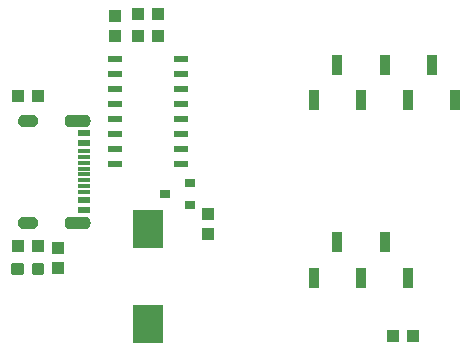
<source format=gtp>
G75*
%MOIN*%
%OFA0B0*%
%FSLAX25Y25*%
%IPPOS*%
%LPD*%
%AMOC8*
5,1,8,0,0,1.08239X$1,22.5*
%
%ADD10C,0.01181*%
%ADD11R,0.03937X0.04331*%
%ADD12R,0.03543X0.03150*%
%ADD13R,0.09843X0.12598*%
%ADD14R,0.04724X0.02362*%
%ADD15R,0.03937X0.01181*%
%ADD16R,0.03937X0.02362*%
%ADD17C,0.00039*%
%ADD18R,0.04331X0.03937*%
%ADD19R,0.03346X0.06693*%
D10*
X0101424Y0091122D02*
X0101424Y0093878D01*
X0104180Y0093878D01*
X0104180Y0091122D01*
X0101424Y0091122D01*
X0101424Y0092244D02*
X0104180Y0092244D01*
X0104180Y0093366D02*
X0101424Y0093366D01*
X0108330Y0093878D02*
X0108330Y0091122D01*
X0108330Y0093878D02*
X0111086Y0093878D01*
X0111086Y0091122D01*
X0108330Y0091122D01*
X0108330Y0092244D02*
X0111086Y0092244D01*
X0111086Y0093366D02*
X0108330Y0093366D01*
D11*
X0116255Y0092904D03*
X0116255Y0099596D03*
X0166255Y0104154D03*
X0166255Y0110846D03*
X0135255Y0170154D03*
X0135255Y0176846D03*
D12*
X0160192Y0121240D03*
X0151924Y0117500D03*
X0160192Y0113760D03*
D13*
X0146255Y0074252D03*
X0146255Y0105748D03*
D14*
X0135231Y0127500D03*
X0135231Y0132500D03*
X0135231Y0137500D03*
X0135231Y0142500D03*
X0135231Y0147500D03*
X0135231Y0152500D03*
X0135231Y0157500D03*
X0135231Y0162500D03*
X0157279Y0162500D03*
X0157279Y0157500D03*
X0157279Y0152500D03*
X0157279Y0147500D03*
X0157279Y0142500D03*
X0157279Y0137500D03*
X0157279Y0132500D03*
X0157279Y0127500D03*
D15*
X0124916Y0127953D03*
X0124916Y0129921D03*
X0124916Y0131890D03*
X0124916Y0125984D03*
X0124916Y0124016D03*
X0124916Y0122047D03*
X0124916Y0120079D03*
X0124916Y0118110D03*
D16*
X0124916Y0115354D03*
X0124916Y0112303D03*
X0124916Y0134646D03*
X0124916Y0137697D03*
D17*
X0124995Y0140039D02*
X0120271Y0140039D01*
X0119855Y0140131D01*
X0119470Y0140312D01*
X0119136Y0140574D01*
X0118867Y0140905D01*
X0118680Y0141287D01*
X0118581Y0141701D01*
X0118578Y0142126D01*
X0118605Y0142522D01*
X0118719Y0142902D01*
X0118915Y0143248D01*
X0119183Y0143541D01*
X0119510Y0143767D01*
X0119879Y0143914D01*
X0120271Y0143976D01*
X0124995Y0143976D01*
X0125407Y0143930D01*
X0125798Y0143793D01*
X0126149Y0143573D01*
X0126442Y0143280D01*
X0126662Y0142929D01*
X0126799Y0142538D01*
X0126846Y0142126D01*
X0126823Y0141685D01*
X0126702Y0141260D01*
X0126490Y0140873D01*
X0126197Y0140542D01*
X0125838Y0140286D01*
X0125430Y0140115D01*
X0124995Y0140039D01*
X0125016Y0140043D02*
X0120254Y0140043D01*
X0120081Y0140081D02*
X0125234Y0140081D01*
X0125439Y0140119D02*
X0119909Y0140119D01*
X0119800Y0140157D02*
X0125530Y0140157D01*
X0125620Y0140195D02*
X0119719Y0140195D01*
X0119639Y0140232D02*
X0125711Y0140232D01*
X0125801Y0140270D02*
X0119559Y0140270D01*
X0119478Y0140308D02*
X0125869Y0140308D01*
X0125922Y0140346D02*
X0119427Y0140346D01*
X0119378Y0140384D02*
X0125975Y0140384D01*
X0126028Y0140422D02*
X0119330Y0140422D01*
X0119282Y0140460D02*
X0126081Y0140460D01*
X0126134Y0140498D02*
X0119233Y0140498D01*
X0119185Y0140536D02*
X0126187Y0140536D01*
X0126224Y0140573D02*
X0119137Y0140573D01*
X0119106Y0140611D02*
X0126258Y0140611D01*
X0126291Y0140649D02*
X0119075Y0140649D01*
X0119044Y0140687D02*
X0126325Y0140687D01*
X0126359Y0140725D02*
X0119013Y0140725D01*
X0118983Y0140763D02*
X0126392Y0140763D01*
X0126426Y0140801D02*
X0118952Y0140801D01*
X0118921Y0140839D02*
X0126459Y0140839D01*
X0126492Y0140876D02*
X0118890Y0140876D01*
X0118863Y0140914D02*
X0126513Y0140914D01*
X0126533Y0140952D02*
X0118844Y0140952D01*
X0118826Y0140990D02*
X0126554Y0140990D01*
X0126575Y0141028D02*
X0118807Y0141028D01*
X0118788Y0141066D02*
X0126595Y0141066D01*
X0126616Y0141104D02*
X0118770Y0141104D01*
X0118751Y0141142D02*
X0126637Y0141142D01*
X0126658Y0141179D02*
X0118732Y0141179D01*
X0118714Y0141217D02*
X0126678Y0141217D01*
X0126699Y0141255D02*
X0118695Y0141255D01*
X0118678Y0141293D02*
X0126711Y0141293D01*
X0126722Y0141331D02*
X0118669Y0141331D01*
X0118660Y0141369D02*
X0126733Y0141369D01*
X0126744Y0141407D02*
X0118651Y0141407D01*
X0118642Y0141445D02*
X0126754Y0141445D01*
X0126765Y0141483D02*
X0118633Y0141483D01*
X0118624Y0141520D02*
X0126776Y0141520D01*
X0126787Y0141558D02*
X0118615Y0141558D01*
X0118606Y0141596D02*
X0126797Y0141596D01*
X0126808Y0141634D02*
X0118597Y0141634D01*
X0118588Y0141672D02*
X0126819Y0141672D01*
X0126824Y0141710D02*
X0118581Y0141710D01*
X0118581Y0141748D02*
X0126826Y0141748D01*
X0126828Y0141786D02*
X0118581Y0141786D01*
X0118580Y0141823D02*
X0126830Y0141823D01*
X0126832Y0141861D02*
X0118580Y0141861D01*
X0118580Y0141899D02*
X0126834Y0141899D01*
X0126836Y0141937D02*
X0118580Y0141937D01*
X0118579Y0141975D02*
X0126838Y0141975D01*
X0126840Y0142013D02*
X0118579Y0142013D01*
X0118579Y0142051D02*
X0126842Y0142051D01*
X0126844Y0142089D02*
X0118578Y0142089D01*
X0118578Y0142127D02*
X0126846Y0142127D01*
X0126841Y0142164D02*
X0118580Y0142164D01*
X0118583Y0142202D02*
X0126837Y0142202D01*
X0126833Y0142240D02*
X0118586Y0142240D01*
X0118588Y0142278D02*
X0126828Y0142278D01*
X0126824Y0142316D02*
X0118591Y0142316D01*
X0118593Y0142354D02*
X0126820Y0142354D01*
X0126816Y0142392D02*
X0118596Y0142392D01*
X0118599Y0142430D02*
X0126811Y0142430D01*
X0126807Y0142467D02*
X0118601Y0142467D01*
X0118604Y0142505D02*
X0126803Y0142505D01*
X0126797Y0142543D02*
X0118611Y0142543D01*
X0118623Y0142581D02*
X0126784Y0142581D01*
X0126771Y0142619D02*
X0118634Y0142619D01*
X0118645Y0142657D02*
X0126758Y0142657D01*
X0126744Y0142695D02*
X0118657Y0142695D01*
X0118668Y0142733D02*
X0126731Y0142733D01*
X0126718Y0142771D02*
X0118679Y0142771D01*
X0118691Y0142808D02*
X0126705Y0142808D01*
X0126691Y0142846D02*
X0118702Y0142846D01*
X0118714Y0142884D02*
X0126678Y0142884D01*
X0126665Y0142922D02*
X0118730Y0142922D01*
X0118752Y0142960D02*
X0126643Y0142960D01*
X0126619Y0142998D02*
X0118773Y0142998D01*
X0118795Y0143036D02*
X0126595Y0143036D01*
X0126571Y0143074D02*
X0118816Y0143074D01*
X0118838Y0143111D02*
X0126548Y0143111D01*
X0126524Y0143149D02*
X0118859Y0143149D01*
X0118881Y0143187D02*
X0126500Y0143187D01*
X0126476Y0143225D02*
X0118902Y0143225D01*
X0118929Y0143263D02*
X0126452Y0143263D01*
X0126421Y0143301D02*
X0118964Y0143301D01*
X0118999Y0143339D02*
X0126383Y0143339D01*
X0126345Y0143377D02*
X0119033Y0143377D01*
X0119068Y0143414D02*
X0126307Y0143414D01*
X0126269Y0143452D02*
X0119103Y0143452D01*
X0119137Y0143490D02*
X0126231Y0143490D01*
X0126193Y0143528D02*
X0119172Y0143528D01*
X0119220Y0143566D02*
X0126156Y0143566D01*
X0126099Y0143604D02*
X0119275Y0143604D01*
X0119329Y0143642D02*
X0126039Y0143642D01*
X0125979Y0143680D02*
X0119384Y0143680D01*
X0119439Y0143718D02*
X0125918Y0143718D01*
X0125858Y0143755D02*
X0119494Y0143755D01*
X0119576Y0143793D02*
X0125798Y0143793D01*
X0125689Y0143831D02*
X0119671Y0143831D01*
X0119765Y0143869D02*
X0125581Y0143869D01*
X0125473Y0143907D02*
X0119860Y0143907D01*
X0120071Y0143945D02*
X0125275Y0143945D01*
X0109284Y0142377D02*
X0109326Y0141929D01*
X0109269Y0141501D01*
X0109118Y0141096D01*
X0108881Y0140735D01*
X0108569Y0140436D01*
X0108198Y0140213D01*
X0107788Y0140079D01*
X0107357Y0140039D01*
X0104995Y0140039D01*
X0104565Y0140079D01*
X0104154Y0140213D01*
X0103784Y0140436D01*
X0103472Y0140735D01*
X0103235Y0141096D01*
X0103084Y0141501D01*
X0103027Y0141929D01*
X0103068Y0142377D01*
X0103208Y0142804D01*
X0103440Y0143190D01*
X0103752Y0143514D01*
X0104128Y0143760D01*
X0104549Y0143917D01*
X0104995Y0143976D01*
X0107357Y0143976D01*
X0107803Y0143917D01*
X0108225Y0143760D01*
X0108601Y0143514D01*
X0108912Y0143190D01*
X0109144Y0142804D01*
X0109284Y0142377D01*
X0109280Y0142392D02*
X0103073Y0142392D01*
X0103066Y0142354D02*
X0109286Y0142354D01*
X0109290Y0142316D02*
X0103063Y0142316D01*
X0103059Y0142278D02*
X0109294Y0142278D01*
X0109297Y0142240D02*
X0103056Y0142240D01*
X0103052Y0142202D02*
X0109301Y0142202D01*
X0109304Y0142164D02*
X0103049Y0142164D01*
X0103045Y0142127D02*
X0109308Y0142127D01*
X0109311Y0142089D02*
X0103042Y0142089D01*
X0103038Y0142051D02*
X0109315Y0142051D01*
X0109318Y0142013D02*
X0103034Y0142013D01*
X0103031Y0141975D02*
X0109322Y0141975D01*
X0109325Y0141937D02*
X0103027Y0141937D01*
X0103031Y0141899D02*
X0109322Y0141899D01*
X0109317Y0141861D02*
X0103036Y0141861D01*
X0103041Y0141823D02*
X0109312Y0141823D01*
X0109307Y0141786D02*
X0103046Y0141786D01*
X0103051Y0141748D02*
X0109302Y0141748D01*
X0109297Y0141710D02*
X0103056Y0141710D01*
X0103061Y0141672D02*
X0109292Y0141672D01*
X0109287Y0141634D02*
X0103066Y0141634D01*
X0103071Y0141596D02*
X0109282Y0141596D01*
X0109276Y0141558D02*
X0103076Y0141558D01*
X0103081Y0141520D02*
X0109271Y0141520D01*
X0109262Y0141483D02*
X0103091Y0141483D01*
X0103105Y0141445D02*
X0109248Y0141445D01*
X0109234Y0141407D02*
X0103119Y0141407D01*
X0103133Y0141369D02*
X0109220Y0141369D01*
X0109205Y0141331D02*
X0103147Y0141331D01*
X0103161Y0141293D02*
X0109191Y0141293D01*
X0109177Y0141255D02*
X0103175Y0141255D01*
X0103190Y0141217D02*
X0109163Y0141217D01*
X0109149Y0141179D02*
X0103204Y0141179D01*
X0103218Y0141142D02*
X0109135Y0141142D01*
X0109121Y0141104D02*
X0103232Y0141104D01*
X0103255Y0141066D02*
X0109098Y0141066D01*
X0109073Y0141028D02*
X0103280Y0141028D01*
X0103304Y0140990D02*
X0109048Y0140990D01*
X0109023Y0140952D02*
X0103329Y0140952D01*
X0103354Y0140914D02*
X0108998Y0140914D01*
X0108974Y0140876D02*
X0103379Y0140876D01*
X0103404Y0140839D02*
X0108949Y0140839D01*
X0108924Y0140801D02*
X0103429Y0140801D01*
X0103454Y0140763D02*
X0108899Y0140763D01*
X0108870Y0140725D02*
X0103483Y0140725D01*
X0103522Y0140687D02*
X0108831Y0140687D01*
X0108791Y0140649D02*
X0103562Y0140649D01*
X0103601Y0140611D02*
X0108752Y0140611D01*
X0108712Y0140573D02*
X0103640Y0140573D01*
X0103680Y0140536D02*
X0108673Y0140536D01*
X0108633Y0140498D02*
X0103719Y0140498D01*
X0103759Y0140460D02*
X0108594Y0140460D01*
X0108546Y0140422D02*
X0103807Y0140422D01*
X0103870Y0140384D02*
X0108483Y0140384D01*
X0108420Y0140346D02*
X0103933Y0140346D01*
X0103996Y0140308D02*
X0108356Y0140308D01*
X0108293Y0140270D02*
X0104059Y0140270D01*
X0104122Y0140232D02*
X0108230Y0140232D01*
X0108141Y0140195D02*
X0104212Y0140195D01*
X0104327Y0140157D02*
X0108025Y0140157D01*
X0107909Y0140119D02*
X0104443Y0140119D01*
X0104559Y0140081D02*
X0107794Y0140081D01*
X0107397Y0140043D02*
X0104955Y0140043D01*
X0103086Y0142430D02*
X0109267Y0142430D01*
X0109255Y0142467D02*
X0103098Y0142467D01*
X0103110Y0142505D02*
X0109242Y0142505D01*
X0109230Y0142543D02*
X0103123Y0142543D01*
X0103135Y0142581D02*
X0109217Y0142581D01*
X0109205Y0142619D02*
X0103148Y0142619D01*
X0103160Y0142657D02*
X0109193Y0142657D01*
X0109180Y0142695D02*
X0103173Y0142695D01*
X0103185Y0142733D02*
X0109168Y0142733D01*
X0109155Y0142771D02*
X0103197Y0142771D01*
X0103211Y0142808D02*
X0109142Y0142808D01*
X0109119Y0142846D02*
X0103234Y0142846D01*
X0103257Y0142884D02*
X0109096Y0142884D01*
X0109073Y0142922D02*
X0103279Y0142922D01*
X0103302Y0142960D02*
X0109051Y0142960D01*
X0109028Y0142998D02*
X0103325Y0142998D01*
X0103348Y0143036D02*
X0109005Y0143036D01*
X0108982Y0143074D02*
X0103370Y0143074D01*
X0103393Y0143111D02*
X0108959Y0143111D01*
X0108937Y0143149D02*
X0103416Y0143149D01*
X0103439Y0143187D02*
X0108914Y0143187D01*
X0108878Y0143225D02*
X0103474Y0143225D01*
X0103511Y0143263D02*
X0108842Y0143263D01*
X0108805Y0143301D02*
X0103547Y0143301D01*
X0103584Y0143339D02*
X0108769Y0143339D01*
X0108733Y0143377D02*
X0103620Y0143377D01*
X0103656Y0143414D02*
X0108696Y0143414D01*
X0108660Y0143452D02*
X0103693Y0143452D01*
X0103729Y0143490D02*
X0108623Y0143490D01*
X0108579Y0143528D02*
X0103774Y0143528D01*
X0103832Y0143566D02*
X0108521Y0143566D01*
X0108463Y0143604D02*
X0103889Y0143604D01*
X0103947Y0143642D02*
X0108406Y0143642D01*
X0108348Y0143680D02*
X0104005Y0143680D01*
X0104063Y0143718D02*
X0108290Y0143718D01*
X0108232Y0143755D02*
X0104120Y0143755D01*
X0104216Y0143793D02*
X0108136Y0143793D01*
X0108035Y0143831D02*
X0104318Y0143831D01*
X0104420Y0143869D02*
X0107933Y0143869D01*
X0107831Y0143907D02*
X0104522Y0143907D01*
X0104757Y0143945D02*
X0107595Y0143945D01*
X0107161Y0109961D02*
X0107615Y0109940D01*
X0108054Y0109820D01*
X0108455Y0109604D01*
X0108798Y0109305D01*
X0109065Y0108937D01*
X0109244Y0108519D01*
X0109326Y0108071D01*
X0109284Y0107623D01*
X0109144Y0107196D01*
X0108912Y0106810D01*
X0108601Y0106486D01*
X0108225Y0106240D01*
X0107803Y0106083D01*
X0107357Y0106024D01*
X0104995Y0106024D01*
X0104569Y0106058D01*
X0104161Y0106187D01*
X0103792Y0106403D01*
X0103480Y0106696D01*
X0103241Y0107051D01*
X0103088Y0107451D01*
X0103027Y0107874D01*
X0103040Y0108307D01*
X0103149Y0108727D01*
X0103349Y0109111D01*
X0103630Y0109442D01*
X0103977Y0109701D01*
X0104373Y0109877D01*
X0104798Y0109961D01*
X0107161Y0109961D01*
X0107663Y0109927D02*
X0104629Y0109927D01*
X0104435Y0109889D02*
X0107800Y0109889D01*
X0107938Y0109852D02*
X0104315Y0109852D01*
X0104230Y0109814D02*
X0108065Y0109814D01*
X0108135Y0109776D02*
X0104145Y0109776D01*
X0104060Y0109738D02*
X0108206Y0109738D01*
X0108276Y0109700D02*
X0103975Y0109700D01*
X0103925Y0109662D02*
X0108347Y0109662D01*
X0108417Y0109624D02*
X0103874Y0109624D01*
X0103823Y0109586D02*
X0108475Y0109586D01*
X0108519Y0109549D02*
X0103773Y0109549D01*
X0103722Y0109511D02*
X0108562Y0109511D01*
X0108605Y0109473D02*
X0103672Y0109473D01*
X0103624Y0109435D02*
X0108649Y0109435D01*
X0108692Y0109397D02*
X0103592Y0109397D01*
X0103560Y0109359D02*
X0108736Y0109359D01*
X0108779Y0109321D02*
X0103528Y0109321D01*
X0103496Y0109283D02*
X0108813Y0109283D01*
X0108841Y0109245D02*
X0103463Y0109245D01*
X0103431Y0109208D02*
X0108868Y0109208D01*
X0108896Y0109170D02*
X0103399Y0109170D01*
X0103367Y0109132D02*
X0108924Y0109132D01*
X0108951Y0109094D02*
X0103340Y0109094D01*
X0103321Y0109056D02*
X0108979Y0109056D01*
X0109006Y0109018D02*
X0103301Y0109018D01*
X0103281Y0108980D02*
X0109034Y0108980D01*
X0109061Y0108942D02*
X0103262Y0108942D01*
X0103242Y0108905D02*
X0109079Y0108905D01*
X0109095Y0108867D02*
X0103222Y0108867D01*
X0103203Y0108829D02*
X0109112Y0108829D01*
X0109128Y0108791D02*
X0103183Y0108791D01*
X0103163Y0108753D02*
X0109144Y0108753D01*
X0109160Y0108715D02*
X0103146Y0108715D01*
X0103137Y0108677D02*
X0109177Y0108677D01*
X0109193Y0108639D02*
X0103127Y0108639D01*
X0103117Y0108601D02*
X0109209Y0108601D01*
X0109225Y0108564D02*
X0103107Y0108564D01*
X0103097Y0108526D02*
X0109241Y0108526D01*
X0109250Y0108488D02*
X0103087Y0108488D01*
X0103077Y0108450D02*
X0109257Y0108450D01*
X0109264Y0108412D02*
X0103067Y0108412D01*
X0103058Y0108374D02*
X0109271Y0108374D01*
X0109278Y0108336D02*
X0103048Y0108336D01*
X0103040Y0108298D02*
X0109285Y0108298D01*
X0109291Y0108261D02*
X0103039Y0108261D01*
X0103037Y0108223D02*
X0109298Y0108223D01*
X0109305Y0108185D02*
X0103036Y0108185D01*
X0103035Y0108147D02*
X0109312Y0108147D01*
X0109319Y0108109D02*
X0103034Y0108109D01*
X0103033Y0108071D02*
X0109326Y0108071D01*
X0109322Y0108033D02*
X0103032Y0108033D01*
X0103030Y0107995D02*
X0109319Y0107995D01*
X0109315Y0107958D02*
X0103029Y0107958D01*
X0103028Y0107920D02*
X0109312Y0107920D01*
X0109308Y0107882D02*
X0103027Y0107882D01*
X0103031Y0107844D02*
X0109305Y0107844D01*
X0109301Y0107806D02*
X0103037Y0107806D01*
X0103042Y0107768D02*
X0109298Y0107768D01*
X0109294Y0107730D02*
X0103047Y0107730D01*
X0103053Y0107692D02*
X0109291Y0107692D01*
X0109287Y0107654D02*
X0103058Y0107654D01*
X0103064Y0107617D02*
X0109282Y0107617D01*
X0109270Y0107579D02*
X0103069Y0107579D01*
X0103075Y0107541D02*
X0109257Y0107541D01*
X0109245Y0107503D02*
X0103080Y0107503D01*
X0103086Y0107465D02*
X0109233Y0107465D01*
X0109220Y0107427D02*
X0103097Y0107427D01*
X0103111Y0107389D02*
X0109208Y0107389D01*
X0109195Y0107351D02*
X0103126Y0107351D01*
X0103141Y0107314D02*
X0109183Y0107314D01*
X0109170Y0107276D02*
X0103155Y0107276D01*
X0103170Y0107238D02*
X0109158Y0107238D01*
X0109146Y0107200D02*
X0103184Y0107200D01*
X0103199Y0107162D02*
X0109124Y0107162D01*
X0109101Y0107124D02*
X0103213Y0107124D01*
X0103228Y0107086D02*
X0109078Y0107086D01*
X0109056Y0107048D02*
X0103243Y0107048D01*
X0103269Y0107010D02*
X0109033Y0107010D01*
X0109010Y0106973D02*
X0103294Y0106973D01*
X0103320Y0106935D02*
X0108987Y0106935D01*
X0108964Y0106897D02*
X0103345Y0106897D01*
X0103371Y0106859D02*
X0108942Y0106859D01*
X0108919Y0106821D02*
X0103396Y0106821D01*
X0103422Y0106783D02*
X0108886Y0106783D01*
X0108850Y0106745D02*
X0103447Y0106745D01*
X0103473Y0106707D02*
X0108813Y0106707D01*
X0108777Y0106670D02*
X0103509Y0106670D01*
X0103549Y0106632D02*
X0108741Y0106632D01*
X0108704Y0106594D02*
X0103589Y0106594D01*
X0103630Y0106556D02*
X0108668Y0106556D01*
X0108631Y0106518D02*
X0103670Y0106518D01*
X0103710Y0106480D02*
X0108591Y0106480D01*
X0108534Y0106442D02*
X0103750Y0106442D01*
X0103791Y0106404D02*
X0108476Y0106404D01*
X0108418Y0106366D02*
X0103855Y0106366D01*
X0103919Y0106329D02*
X0108360Y0106329D01*
X0108303Y0106291D02*
X0103984Y0106291D01*
X0104049Y0106253D02*
X0108245Y0106253D01*
X0108159Y0106215D02*
X0104113Y0106215D01*
X0104193Y0106177D02*
X0108057Y0106177D01*
X0107955Y0106139D02*
X0104313Y0106139D01*
X0104433Y0106101D02*
X0107853Y0106101D01*
X0107658Y0106063D02*
X0104553Y0106063D01*
X0104972Y0106026D02*
X0107372Y0106026D01*
X0118585Y0107650D02*
X0118578Y0108071D01*
X0118577Y0108453D01*
X0118660Y0108825D01*
X0118825Y0109169D01*
X0119061Y0109469D01*
X0119359Y0109708D01*
X0119702Y0109874D01*
X0120074Y0109961D01*
X0124798Y0109961D01*
X0125238Y0109929D01*
X0125660Y0109800D01*
X0126043Y0109580D01*
X0126367Y0109281D01*
X0126617Y0108917D01*
X0126779Y0108507D01*
X0126846Y0108071D01*
X0126819Y0107635D01*
X0126695Y0107216D01*
X0126482Y0106834D01*
X0126189Y0106510D01*
X0125831Y0106259D01*
X0125426Y0106094D01*
X0124995Y0106024D01*
X0120271Y0106024D01*
X0119859Y0106110D01*
X0119477Y0106286D01*
X0119143Y0106542D01*
X0118875Y0106866D01*
X0118686Y0107242D01*
X0118585Y0107650D01*
X0118585Y0107654D02*
X0126820Y0107654D01*
X0126813Y0107617D02*
X0118594Y0107617D01*
X0118603Y0107579D02*
X0126802Y0107579D01*
X0126791Y0107541D02*
X0118612Y0107541D01*
X0118622Y0107503D02*
X0126780Y0107503D01*
X0126769Y0107465D02*
X0118631Y0107465D01*
X0118640Y0107427D02*
X0126758Y0107427D01*
X0126746Y0107389D02*
X0118650Y0107389D01*
X0118659Y0107351D02*
X0126735Y0107351D01*
X0126724Y0107314D02*
X0118669Y0107314D01*
X0118678Y0107276D02*
X0126713Y0107276D01*
X0126702Y0107238D02*
X0118688Y0107238D01*
X0118707Y0107200D02*
X0126687Y0107200D01*
X0126665Y0107162D02*
X0118726Y0107162D01*
X0118746Y0107124D02*
X0126644Y0107124D01*
X0126623Y0107086D02*
X0118765Y0107086D01*
X0118784Y0107048D02*
X0126602Y0107048D01*
X0126580Y0107010D02*
X0118803Y0107010D01*
X0118822Y0106973D02*
X0126559Y0106973D01*
X0126538Y0106935D02*
X0118841Y0106935D01*
X0118860Y0106897D02*
X0126517Y0106897D01*
X0126496Y0106859D02*
X0118881Y0106859D01*
X0118913Y0106821D02*
X0126470Y0106821D01*
X0126436Y0106783D02*
X0118944Y0106783D01*
X0118975Y0106745D02*
X0126401Y0106745D01*
X0126367Y0106707D02*
X0119007Y0106707D01*
X0119038Y0106670D02*
X0126333Y0106670D01*
X0126299Y0106632D02*
X0119069Y0106632D01*
X0119101Y0106594D02*
X0126264Y0106594D01*
X0126230Y0106556D02*
X0119132Y0106556D01*
X0119175Y0106518D02*
X0126196Y0106518D01*
X0126146Y0106480D02*
X0119224Y0106480D01*
X0119273Y0106442D02*
X0126092Y0106442D01*
X0126038Y0106404D02*
X0119323Y0106404D01*
X0119372Y0106366D02*
X0125984Y0106366D01*
X0125930Y0106329D02*
X0119421Y0106329D01*
X0119470Y0106291D02*
X0125876Y0106291D01*
X0125815Y0106253D02*
X0119548Y0106253D01*
X0119631Y0106215D02*
X0125722Y0106215D01*
X0125629Y0106177D02*
X0119713Y0106177D01*
X0119795Y0106139D02*
X0125536Y0106139D01*
X0125443Y0106101D02*
X0119900Y0106101D01*
X0120081Y0106063D02*
X0125238Y0106063D01*
X0125007Y0106026D02*
X0120262Y0106026D01*
X0118585Y0107692D02*
X0126822Y0107692D01*
X0126825Y0107730D02*
X0118584Y0107730D01*
X0118583Y0107768D02*
X0126827Y0107768D01*
X0126829Y0107806D02*
X0118583Y0107806D01*
X0118582Y0107844D02*
X0126832Y0107844D01*
X0126834Y0107882D02*
X0118581Y0107882D01*
X0118581Y0107920D02*
X0126836Y0107920D01*
X0126839Y0107958D02*
X0118580Y0107958D01*
X0118579Y0107995D02*
X0126841Y0107995D01*
X0126843Y0108033D02*
X0118579Y0108033D01*
X0118578Y0108071D02*
X0126846Y0108071D01*
X0126840Y0108109D02*
X0118578Y0108109D01*
X0118578Y0108147D02*
X0126834Y0108147D01*
X0126828Y0108185D02*
X0118578Y0108185D01*
X0118577Y0108223D02*
X0126822Y0108223D01*
X0126817Y0108261D02*
X0118577Y0108261D01*
X0118577Y0108298D02*
X0126811Y0108298D01*
X0126805Y0108336D02*
X0118577Y0108336D01*
X0118577Y0108374D02*
X0126799Y0108374D01*
X0126793Y0108412D02*
X0118577Y0108412D01*
X0118577Y0108450D02*
X0126787Y0108450D01*
X0126782Y0108488D02*
X0118584Y0108488D01*
X0118593Y0108526D02*
X0126771Y0108526D01*
X0126756Y0108564D02*
X0118601Y0108564D01*
X0118610Y0108601D02*
X0126741Y0108601D01*
X0126726Y0108639D02*
X0118618Y0108639D01*
X0118627Y0108677D02*
X0126711Y0108677D01*
X0126696Y0108715D02*
X0118636Y0108715D01*
X0118644Y0108753D02*
X0126681Y0108753D01*
X0126666Y0108791D02*
X0118653Y0108791D01*
X0118662Y0108829D02*
X0126651Y0108829D01*
X0126636Y0108867D02*
X0118680Y0108867D01*
X0118698Y0108905D02*
X0126622Y0108905D01*
X0126599Y0108942D02*
X0118716Y0108942D01*
X0118734Y0108980D02*
X0126573Y0108980D01*
X0126547Y0109018D02*
X0118752Y0109018D01*
X0118770Y0109056D02*
X0126521Y0109056D01*
X0126495Y0109094D02*
X0118789Y0109094D01*
X0118807Y0109132D02*
X0126469Y0109132D01*
X0126443Y0109170D02*
X0118825Y0109170D01*
X0118855Y0109208D02*
X0126417Y0109208D01*
X0126391Y0109245D02*
X0118885Y0109245D01*
X0118915Y0109283D02*
X0126365Y0109283D01*
X0126323Y0109321D02*
X0118945Y0109321D01*
X0118975Y0109359D02*
X0126282Y0109359D01*
X0126241Y0109397D02*
X0119005Y0109397D01*
X0119035Y0109435D02*
X0126200Y0109435D01*
X0126159Y0109473D02*
X0119067Y0109473D01*
X0119114Y0109511D02*
X0126118Y0109511D01*
X0126077Y0109549D02*
X0119161Y0109549D01*
X0119208Y0109586D02*
X0126032Y0109586D01*
X0125966Y0109624D02*
X0119255Y0109624D01*
X0119302Y0109662D02*
X0125900Y0109662D01*
X0125834Y0109700D02*
X0119350Y0109700D01*
X0119421Y0109738D02*
X0125768Y0109738D01*
X0125702Y0109776D02*
X0119499Y0109776D01*
X0119577Y0109814D02*
X0125615Y0109814D01*
X0125491Y0109852D02*
X0119655Y0109852D01*
X0119767Y0109889D02*
X0125367Y0109889D01*
X0125243Y0109927D02*
X0119930Y0109927D01*
D18*
X0109602Y0100000D03*
X0102909Y0100000D03*
X0102909Y0150000D03*
X0109602Y0150000D03*
X0142909Y0170000D03*
X0149602Y0170000D03*
X0149602Y0177500D03*
X0142909Y0177500D03*
X0227909Y0070000D03*
X0234602Y0070000D03*
D19*
X0233040Y0089574D03*
X0217292Y0089574D03*
X0201544Y0089574D03*
X0209418Y0101385D03*
X0225166Y0101385D03*
X0217292Y0148674D03*
X0201544Y0148674D03*
X0209418Y0160485D03*
X0225166Y0160485D03*
X0240914Y0160485D03*
X0233040Y0148674D03*
X0248788Y0148674D03*
M02*

</source>
